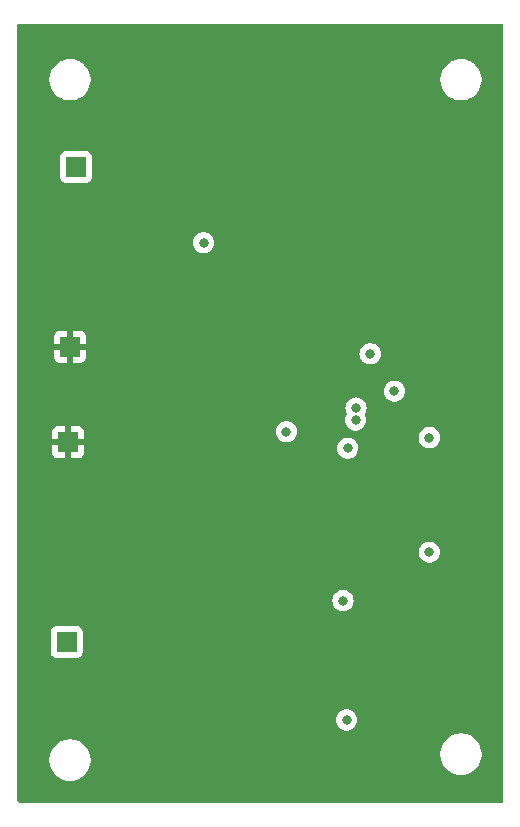
<source format=gbr>
%TF.GenerationSoftware,KiCad,Pcbnew,7.0.8*%
%TF.CreationDate,2023-11-19T04:52:14+05:30*%
%TF.ProjectId,NB679-DKA-BuckConverter,4e423637-392d-4444-9b41-2d4275636b43,rev?*%
%TF.SameCoordinates,Original*%
%TF.FileFunction,Copper,L2,Inr*%
%TF.FilePolarity,Positive*%
%FSLAX46Y46*%
G04 Gerber Fmt 4.6, Leading zero omitted, Abs format (unit mm)*
G04 Created by KiCad (PCBNEW 7.0.8) date 2023-11-19 04:52:14*
%MOMM*%
%LPD*%
G01*
G04 APERTURE LIST*
%TA.AperFunction,ComponentPad*%
%ADD10R,1.700000X1.700000*%
%TD*%
%TA.AperFunction,ViaPad*%
%ADD11C,0.800000*%
%TD*%
G04 APERTURE END LIST*
D10*
%TO.N,/Vin*%
%TO.C,Vin1*%
X97900000Y-66100000D03*
%TD*%
%TO.N,GND*%
%TO.C,GND1*%
X97400000Y-81300000D03*
%TD*%
%TO.N,/BST*%
%TO.C,Vout1*%
X97100000Y-106300000D03*
%TD*%
%TO.N,GND*%
%TO.C,GND2*%
X97200000Y-89400000D03*
%TD*%
D11*
%TO.N,Net-(U1-BST)*%
X124850000Y-85070000D03*
X121600000Y-86500000D03*
%TO.N,/Sw*%
X127800000Y-89000000D03*
X121575630Y-87499205D03*
%TO.N,/Vin*%
X108700000Y-72500000D03*
%TO.N,GND*%
X108600000Y-93900000D03*
X120800000Y-83100000D03*
X108600000Y-87000000D03*
X109000000Y-90400000D03*
X112200000Y-87000000D03*
X108200000Y-112700000D03*
X108300000Y-102400000D03*
X97400000Y-85200000D03*
%TO.N,Net-(U1-Vcc)*%
X122800000Y-81900000D03*
X115700000Y-88500000D03*
%TO.N,/BST*%
X120500000Y-102800000D03*
X120800000Y-112900000D03*
X120900000Y-89900000D03*
X127800000Y-98700000D03*
%TD*%
%TA.AperFunction,Conductor*%
%TO.N,GND*%
G36*
X134032539Y-54020185D02*
G01*
X134078294Y-54072989D01*
X134089500Y-54124500D01*
X134089500Y-119776000D01*
X134069815Y-119843039D01*
X134017011Y-119888794D01*
X133965500Y-119900000D01*
X93151362Y-119900000D01*
X93084323Y-119880315D01*
X93063681Y-119863681D01*
X92946819Y-119746819D01*
X92913334Y-119685496D01*
X92910500Y-119659138D01*
X92910500Y-116431187D01*
X95649500Y-116431187D01*
X95669794Y-116565823D01*
X95688604Y-116690615D01*
X95688605Y-116690617D01*
X95688606Y-116690623D01*
X95765938Y-116941326D01*
X95879767Y-117177696D01*
X95879768Y-117177697D01*
X95879770Y-117177700D01*
X95879772Y-117177704D01*
X95929326Y-117250386D01*
X96027567Y-117394479D01*
X96206014Y-117586801D01*
X96206018Y-117586804D01*
X96206019Y-117586805D01*
X96411143Y-117750386D01*
X96638357Y-117881568D01*
X96882584Y-117977420D01*
X97138370Y-118035802D01*
X97138376Y-118035802D01*
X97138379Y-118035803D01*
X97334500Y-118050500D01*
X97334506Y-118050500D01*
X97465500Y-118050500D01*
X97661620Y-118035803D01*
X97661622Y-118035802D01*
X97661630Y-118035802D01*
X97917416Y-117977420D01*
X98161643Y-117881568D01*
X98388857Y-117750386D01*
X98593981Y-117586805D01*
X98772433Y-117394479D01*
X98920228Y-117177704D01*
X99034063Y-116941323D01*
X99111396Y-116690615D01*
X99150500Y-116431182D01*
X99150500Y-116168818D01*
X99114682Y-115931187D01*
X128749500Y-115931187D01*
X128769794Y-116065823D01*
X128788604Y-116190615D01*
X128862810Y-116431187D01*
X128865938Y-116441326D01*
X128979767Y-116677696D01*
X128979768Y-116677697D01*
X128979770Y-116677700D01*
X128979772Y-116677704D01*
X129127567Y-116894479D01*
X129306014Y-117086801D01*
X129306018Y-117086804D01*
X129306019Y-117086805D01*
X129511143Y-117250386D01*
X129738357Y-117381568D01*
X129982584Y-117477420D01*
X130238370Y-117535802D01*
X130238376Y-117535802D01*
X130238379Y-117535803D01*
X130434500Y-117550500D01*
X130434506Y-117550500D01*
X130565500Y-117550500D01*
X130761620Y-117535803D01*
X130761622Y-117535802D01*
X130761630Y-117535802D01*
X131017416Y-117477420D01*
X131261643Y-117381568D01*
X131488857Y-117250386D01*
X131693981Y-117086805D01*
X131872433Y-116894479D01*
X132020228Y-116677704D01*
X132134063Y-116441323D01*
X132211396Y-116190615D01*
X132250500Y-115931182D01*
X132250500Y-115668818D01*
X132211396Y-115409385D01*
X132134063Y-115158677D01*
X132064003Y-115013195D01*
X132020232Y-114922303D01*
X132020231Y-114922302D01*
X132020230Y-114922301D01*
X132020228Y-114922296D01*
X131872433Y-114705521D01*
X131862441Y-114694753D01*
X131693985Y-114513198D01*
X131654533Y-114481736D01*
X131488857Y-114349614D01*
X131261643Y-114218432D01*
X131017416Y-114122580D01*
X131017411Y-114122578D01*
X131017402Y-114122576D01*
X130799818Y-114072914D01*
X130761630Y-114064198D01*
X130761629Y-114064197D01*
X130761625Y-114064197D01*
X130761620Y-114064196D01*
X130565500Y-114049500D01*
X130565494Y-114049500D01*
X130434506Y-114049500D01*
X130434500Y-114049500D01*
X130238379Y-114064196D01*
X130238374Y-114064197D01*
X129982597Y-114122576D01*
X129982578Y-114122582D01*
X129738356Y-114218432D01*
X129511143Y-114349614D01*
X129306014Y-114513198D01*
X129127567Y-114705520D01*
X128979768Y-114922302D01*
X128979767Y-114922303D01*
X128865938Y-115158673D01*
X128788606Y-115409376D01*
X128788605Y-115409381D01*
X128788604Y-115409385D01*
X128786657Y-115422303D01*
X128749500Y-115668812D01*
X128749500Y-115931187D01*
X99114682Y-115931187D01*
X99111396Y-115909385D01*
X99034063Y-115658677D01*
X99022121Y-115633880D01*
X98920232Y-115422303D01*
X98920231Y-115422302D01*
X98920230Y-115422301D01*
X98920228Y-115422296D01*
X98772433Y-115205521D01*
X98728965Y-115158673D01*
X98593985Y-115013198D01*
X98480006Y-114922303D01*
X98388857Y-114849614D01*
X98161643Y-114718432D01*
X97917416Y-114622580D01*
X97917411Y-114622578D01*
X97917402Y-114622576D01*
X97699818Y-114572914D01*
X97661630Y-114564198D01*
X97661629Y-114564197D01*
X97661625Y-114564197D01*
X97661620Y-114564196D01*
X97465500Y-114549500D01*
X97465494Y-114549500D01*
X97334506Y-114549500D01*
X97334500Y-114549500D01*
X97138379Y-114564196D01*
X97138374Y-114564197D01*
X96882597Y-114622576D01*
X96882578Y-114622582D01*
X96638356Y-114718432D01*
X96411143Y-114849614D01*
X96206014Y-115013198D01*
X96027567Y-115205520D01*
X95879768Y-115422302D01*
X95879767Y-115422303D01*
X95765938Y-115658673D01*
X95688606Y-115909376D01*
X95688605Y-115909381D01*
X95688604Y-115909385D01*
X95685319Y-115931182D01*
X95649500Y-116168812D01*
X95649500Y-116431187D01*
X92910500Y-116431187D01*
X92910500Y-112900000D01*
X119894540Y-112900000D01*
X119914326Y-113088256D01*
X119914327Y-113088259D01*
X119972818Y-113268277D01*
X119972821Y-113268284D01*
X120067467Y-113432216D01*
X120194129Y-113572888D01*
X120347265Y-113684148D01*
X120347270Y-113684151D01*
X120520192Y-113761142D01*
X120520197Y-113761144D01*
X120705354Y-113800500D01*
X120705355Y-113800500D01*
X120894644Y-113800500D01*
X120894646Y-113800500D01*
X121079803Y-113761144D01*
X121252730Y-113684151D01*
X121405871Y-113572888D01*
X121532533Y-113432216D01*
X121627179Y-113268284D01*
X121685674Y-113088256D01*
X121705460Y-112900000D01*
X121685674Y-112711744D01*
X121627179Y-112531716D01*
X121532533Y-112367784D01*
X121405871Y-112227112D01*
X121405870Y-112227111D01*
X121252734Y-112115851D01*
X121252729Y-112115848D01*
X121079807Y-112038857D01*
X121079802Y-112038855D01*
X120934001Y-112007865D01*
X120894646Y-111999500D01*
X120705354Y-111999500D01*
X120672897Y-112006398D01*
X120520197Y-112038855D01*
X120520192Y-112038857D01*
X120347270Y-112115848D01*
X120347265Y-112115851D01*
X120194129Y-112227111D01*
X120067466Y-112367785D01*
X119972821Y-112531715D01*
X119972818Y-112531722D01*
X119914327Y-112711740D01*
X119914326Y-112711744D01*
X119894540Y-112900000D01*
X92910500Y-112900000D01*
X92910500Y-107197870D01*
X95749500Y-107197870D01*
X95749501Y-107197876D01*
X95755908Y-107257483D01*
X95806202Y-107392328D01*
X95806206Y-107392335D01*
X95892452Y-107507544D01*
X95892455Y-107507547D01*
X96007664Y-107593793D01*
X96007671Y-107593797D01*
X96142517Y-107644091D01*
X96142516Y-107644091D01*
X96149444Y-107644835D01*
X96202127Y-107650500D01*
X97997872Y-107650499D01*
X98057483Y-107644091D01*
X98192331Y-107593796D01*
X98307546Y-107507546D01*
X98393796Y-107392331D01*
X98444091Y-107257483D01*
X98450500Y-107197873D01*
X98450499Y-105402128D01*
X98444091Y-105342517D01*
X98393796Y-105207669D01*
X98393795Y-105207668D01*
X98393793Y-105207664D01*
X98307547Y-105092455D01*
X98307544Y-105092452D01*
X98192335Y-105006206D01*
X98192328Y-105006202D01*
X98057482Y-104955908D01*
X98057483Y-104955908D01*
X97997883Y-104949501D01*
X97997881Y-104949500D01*
X97997873Y-104949500D01*
X97997864Y-104949500D01*
X96202129Y-104949500D01*
X96202123Y-104949501D01*
X96142516Y-104955908D01*
X96007671Y-105006202D01*
X96007664Y-105006206D01*
X95892455Y-105092452D01*
X95892452Y-105092455D01*
X95806206Y-105207664D01*
X95806202Y-105207671D01*
X95755908Y-105342517D01*
X95749501Y-105402116D01*
X95749501Y-105402123D01*
X95749500Y-105402135D01*
X95749500Y-107197870D01*
X92910500Y-107197870D01*
X92910500Y-102800000D01*
X119594540Y-102800000D01*
X119614326Y-102988256D01*
X119614327Y-102988259D01*
X119672818Y-103168277D01*
X119672821Y-103168284D01*
X119767467Y-103332216D01*
X119894129Y-103472888D01*
X120047265Y-103584148D01*
X120047270Y-103584151D01*
X120220192Y-103661142D01*
X120220197Y-103661144D01*
X120405354Y-103700500D01*
X120405355Y-103700500D01*
X120594644Y-103700500D01*
X120594646Y-103700500D01*
X120779803Y-103661144D01*
X120952730Y-103584151D01*
X121105871Y-103472888D01*
X121232533Y-103332216D01*
X121327179Y-103168284D01*
X121385674Y-102988256D01*
X121405460Y-102800000D01*
X121385674Y-102611744D01*
X121327179Y-102431716D01*
X121232533Y-102267784D01*
X121105871Y-102127112D01*
X121105870Y-102127111D01*
X120952734Y-102015851D01*
X120952729Y-102015848D01*
X120779807Y-101938857D01*
X120779802Y-101938855D01*
X120634001Y-101907865D01*
X120594646Y-101899500D01*
X120405354Y-101899500D01*
X120372897Y-101906398D01*
X120220197Y-101938855D01*
X120220192Y-101938857D01*
X120047270Y-102015848D01*
X120047265Y-102015851D01*
X119894129Y-102127111D01*
X119767466Y-102267785D01*
X119672821Y-102431715D01*
X119672818Y-102431722D01*
X119614327Y-102611740D01*
X119614326Y-102611744D01*
X119594540Y-102800000D01*
X92910500Y-102800000D01*
X92910500Y-98700000D01*
X126894540Y-98700000D01*
X126914326Y-98888256D01*
X126914327Y-98888259D01*
X126972818Y-99068277D01*
X126972821Y-99068284D01*
X127067467Y-99232216D01*
X127194129Y-99372888D01*
X127347265Y-99484148D01*
X127347270Y-99484151D01*
X127520192Y-99561142D01*
X127520197Y-99561144D01*
X127705354Y-99600500D01*
X127705355Y-99600500D01*
X127894644Y-99600500D01*
X127894646Y-99600500D01*
X128079803Y-99561144D01*
X128252730Y-99484151D01*
X128405871Y-99372888D01*
X128532533Y-99232216D01*
X128627179Y-99068284D01*
X128685674Y-98888256D01*
X128705460Y-98700000D01*
X128685674Y-98511744D01*
X128627179Y-98331716D01*
X128532533Y-98167784D01*
X128405871Y-98027112D01*
X128405870Y-98027111D01*
X128252734Y-97915851D01*
X128252729Y-97915848D01*
X128079807Y-97838857D01*
X128079802Y-97838855D01*
X127934001Y-97807865D01*
X127894646Y-97799500D01*
X127705354Y-97799500D01*
X127672897Y-97806398D01*
X127520197Y-97838855D01*
X127520192Y-97838857D01*
X127347270Y-97915848D01*
X127347265Y-97915851D01*
X127194129Y-98027111D01*
X127067466Y-98167785D01*
X126972821Y-98331715D01*
X126972818Y-98331722D01*
X126914327Y-98511740D01*
X126914326Y-98511744D01*
X126894540Y-98700000D01*
X92910500Y-98700000D01*
X92910500Y-90297844D01*
X95850000Y-90297844D01*
X95856401Y-90357372D01*
X95856403Y-90357379D01*
X95906645Y-90492086D01*
X95906649Y-90492093D01*
X95992809Y-90607187D01*
X95992812Y-90607190D01*
X96107906Y-90693350D01*
X96107913Y-90693354D01*
X96242620Y-90743596D01*
X96242627Y-90743598D01*
X96302155Y-90749999D01*
X96302172Y-90750000D01*
X96950000Y-90750000D01*
X96950000Y-89835501D01*
X97057685Y-89884680D01*
X97164237Y-89900000D01*
X97235763Y-89900000D01*
X97342315Y-89884680D01*
X97450000Y-89835501D01*
X97450000Y-90750000D01*
X98097828Y-90750000D01*
X98097844Y-90749999D01*
X98157372Y-90743598D01*
X98157379Y-90743596D01*
X98292086Y-90693354D01*
X98292093Y-90693350D01*
X98407187Y-90607190D01*
X98407190Y-90607187D01*
X98493350Y-90492093D01*
X98493354Y-90492086D01*
X98543596Y-90357379D01*
X98543598Y-90357372D01*
X98549999Y-90297844D01*
X98550000Y-90297827D01*
X98550000Y-89900000D01*
X119994540Y-89900000D01*
X120014326Y-90088256D01*
X120014327Y-90088259D01*
X120072818Y-90268277D01*
X120072821Y-90268284D01*
X120167467Y-90432216D01*
X120221381Y-90492093D01*
X120294129Y-90572888D01*
X120447265Y-90684148D01*
X120447270Y-90684151D01*
X120620192Y-90761142D01*
X120620197Y-90761144D01*
X120805354Y-90800500D01*
X120805355Y-90800500D01*
X120994644Y-90800500D01*
X120994646Y-90800500D01*
X121179803Y-90761144D01*
X121352730Y-90684151D01*
X121505871Y-90572888D01*
X121632533Y-90432216D01*
X121727179Y-90268284D01*
X121785674Y-90088256D01*
X121805460Y-89900000D01*
X121785674Y-89711744D01*
X121731112Y-89543823D01*
X121727181Y-89531722D01*
X121727180Y-89531721D01*
X121727179Y-89531716D01*
X121632533Y-89367784D01*
X121505871Y-89227112D01*
X121505870Y-89227111D01*
X121352734Y-89115851D01*
X121352729Y-89115848D01*
X121179807Y-89038857D01*
X121179802Y-89038855D01*
X121034001Y-89007865D01*
X120996998Y-89000000D01*
X126894540Y-89000000D01*
X126914326Y-89188256D01*
X126914327Y-89188259D01*
X126972818Y-89368277D01*
X126972821Y-89368284D01*
X127067467Y-89532216D01*
X127194129Y-89672888D01*
X127347265Y-89784148D01*
X127347270Y-89784151D01*
X127520192Y-89861142D01*
X127520197Y-89861144D01*
X127705354Y-89900500D01*
X127705355Y-89900500D01*
X127894644Y-89900500D01*
X127894646Y-89900500D01*
X128079803Y-89861144D01*
X128252730Y-89784151D01*
X128405871Y-89672888D01*
X128532533Y-89532216D01*
X128627179Y-89368284D01*
X128685674Y-89188256D01*
X128705460Y-89000000D01*
X128685674Y-88811744D01*
X128627179Y-88631716D01*
X128532533Y-88467784D01*
X128405871Y-88327112D01*
X128384719Y-88311744D01*
X128252734Y-88215851D01*
X128252729Y-88215848D01*
X128079807Y-88138857D01*
X128079802Y-88138855D01*
X127928261Y-88106645D01*
X127894646Y-88099500D01*
X127705354Y-88099500D01*
X127672897Y-88106398D01*
X127520197Y-88138855D01*
X127520192Y-88138857D01*
X127347270Y-88215848D01*
X127347265Y-88215851D01*
X127194129Y-88327111D01*
X127067466Y-88467785D01*
X126972821Y-88631715D01*
X126972818Y-88631722D01*
X126914327Y-88811740D01*
X126914326Y-88811744D01*
X126894540Y-89000000D01*
X120996998Y-89000000D01*
X120994646Y-88999500D01*
X120805354Y-88999500D01*
X120772897Y-89006398D01*
X120620197Y-89038855D01*
X120620192Y-89038857D01*
X120447270Y-89115848D01*
X120447265Y-89115851D01*
X120294129Y-89227111D01*
X120167466Y-89367785D01*
X120072821Y-89531715D01*
X120072818Y-89531722D01*
X120026951Y-89672888D01*
X120014326Y-89711744D01*
X119994540Y-89900000D01*
X98550000Y-89900000D01*
X98550000Y-89650000D01*
X97633686Y-89650000D01*
X97659493Y-89609844D01*
X97700000Y-89471889D01*
X97700000Y-89328111D01*
X97659493Y-89190156D01*
X97633686Y-89150000D01*
X98550000Y-89150000D01*
X98550000Y-88502172D01*
X98549999Y-88502155D01*
X98549767Y-88500000D01*
X114794540Y-88500000D01*
X114814326Y-88688256D01*
X114814327Y-88688259D01*
X114872818Y-88868277D01*
X114872821Y-88868284D01*
X114967467Y-89032216D01*
X115094129Y-89172888D01*
X115247265Y-89284148D01*
X115247270Y-89284151D01*
X115420192Y-89361142D01*
X115420197Y-89361144D01*
X115605354Y-89400500D01*
X115605355Y-89400500D01*
X115794644Y-89400500D01*
X115794646Y-89400500D01*
X115979803Y-89361144D01*
X116152730Y-89284151D01*
X116305871Y-89172888D01*
X116432533Y-89032216D01*
X116527179Y-88868284D01*
X116585674Y-88688256D01*
X116605460Y-88500000D01*
X116585674Y-88311744D01*
X116527179Y-88131716D01*
X116432533Y-87967784D01*
X116305871Y-87827112D01*
X116305870Y-87827111D01*
X116152734Y-87715851D01*
X116152729Y-87715848D01*
X115979807Y-87638857D01*
X115979802Y-87638855D01*
X115834001Y-87607865D01*
X115794646Y-87599500D01*
X115605354Y-87599500D01*
X115572897Y-87606398D01*
X115420197Y-87638855D01*
X115420192Y-87638857D01*
X115247270Y-87715848D01*
X115247265Y-87715851D01*
X115094129Y-87827111D01*
X114967466Y-87967785D01*
X114872821Y-88131715D01*
X114872818Y-88131722D01*
X114814327Y-88311740D01*
X114814326Y-88311744D01*
X114794540Y-88500000D01*
X98549767Y-88500000D01*
X98543598Y-88442627D01*
X98543596Y-88442620D01*
X98493354Y-88307913D01*
X98493350Y-88307906D01*
X98407190Y-88192812D01*
X98407187Y-88192809D01*
X98292093Y-88106649D01*
X98292086Y-88106645D01*
X98157379Y-88056403D01*
X98157372Y-88056401D01*
X98097844Y-88050000D01*
X97450000Y-88050000D01*
X97450000Y-88964498D01*
X97342315Y-88915320D01*
X97235763Y-88900000D01*
X97164237Y-88900000D01*
X97057685Y-88915320D01*
X96950000Y-88964498D01*
X96950000Y-88050000D01*
X96302155Y-88050000D01*
X96242627Y-88056401D01*
X96242620Y-88056403D01*
X96107913Y-88106645D01*
X96107906Y-88106649D01*
X95992812Y-88192809D01*
X95992809Y-88192812D01*
X95906649Y-88307906D01*
X95906645Y-88307913D01*
X95856403Y-88442620D01*
X95856401Y-88442627D01*
X95850000Y-88502155D01*
X95850000Y-89150000D01*
X96766314Y-89150000D01*
X96740507Y-89190156D01*
X96700000Y-89328111D01*
X96700000Y-89471889D01*
X96740507Y-89609844D01*
X96766314Y-89650000D01*
X95850000Y-89650000D01*
X95850000Y-90297844D01*
X92910500Y-90297844D01*
X92910500Y-87499205D01*
X120670170Y-87499205D01*
X120689956Y-87687461D01*
X120689957Y-87687464D01*
X120748448Y-87867482D01*
X120748451Y-87867489D01*
X120843097Y-88031421D01*
X120933409Y-88131722D01*
X120969759Y-88172093D01*
X121122895Y-88283353D01*
X121122900Y-88283356D01*
X121295822Y-88360347D01*
X121295827Y-88360349D01*
X121480984Y-88399705D01*
X121480985Y-88399705D01*
X121670274Y-88399705D01*
X121670276Y-88399705D01*
X121855433Y-88360349D01*
X122028360Y-88283356D01*
X122181501Y-88172093D01*
X122308163Y-88031421D01*
X122402809Y-87867489D01*
X122461304Y-87687461D01*
X122481090Y-87499205D01*
X122461304Y-87310949D01*
X122402809Y-87130921D01*
X122374971Y-87082704D01*
X122358499Y-87014807D01*
X122374970Y-86958711D01*
X122427179Y-86868284D01*
X122485674Y-86688256D01*
X122505460Y-86500000D01*
X122485674Y-86311744D01*
X122427179Y-86131716D01*
X122332533Y-85967784D01*
X122205871Y-85827112D01*
X122205870Y-85827111D01*
X122052734Y-85715851D01*
X122052729Y-85715848D01*
X121879807Y-85638857D01*
X121879802Y-85638855D01*
X121734001Y-85607865D01*
X121694646Y-85599500D01*
X121505354Y-85599500D01*
X121472897Y-85606398D01*
X121320197Y-85638855D01*
X121320192Y-85638857D01*
X121147270Y-85715848D01*
X121147265Y-85715851D01*
X120994129Y-85827111D01*
X120867466Y-85967785D01*
X120772821Y-86131715D01*
X120772818Y-86131722D01*
X120714327Y-86311740D01*
X120714326Y-86311744D01*
X120694540Y-86500000D01*
X120714326Y-86688256D01*
X120714327Y-86688259D01*
X120772821Y-86868285D01*
X120800656Y-86916497D01*
X120817129Y-86984397D01*
X120800656Y-87040496D01*
X120748452Y-87130916D01*
X120748451Y-87130918D01*
X120689957Y-87310945D01*
X120689956Y-87310949D01*
X120670170Y-87499205D01*
X92910500Y-87499205D01*
X92910500Y-85070000D01*
X123944540Y-85070000D01*
X123964326Y-85258256D01*
X123964327Y-85258259D01*
X124022818Y-85438277D01*
X124022821Y-85438284D01*
X124117467Y-85602216D01*
X124150458Y-85638856D01*
X124244129Y-85742888D01*
X124397265Y-85854148D01*
X124397270Y-85854151D01*
X124570192Y-85931142D01*
X124570197Y-85931144D01*
X124755354Y-85970500D01*
X124755355Y-85970500D01*
X124944644Y-85970500D01*
X124944646Y-85970500D01*
X125129803Y-85931144D01*
X125302730Y-85854151D01*
X125455871Y-85742888D01*
X125582533Y-85602216D01*
X125677179Y-85438284D01*
X125735674Y-85258256D01*
X125755460Y-85070000D01*
X125735674Y-84881744D01*
X125677179Y-84701716D01*
X125582533Y-84537784D01*
X125455871Y-84397112D01*
X125455870Y-84397111D01*
X125302734Y-84285851D01*
X125302729Y-84285848D01*
X125129807Y-84208857D01*
X125129802Y-84208855D01*
X124984001Y-84177865D01*
X124944646Y-84169500D01*
X124755354Y-84169500D01*
X124722897Y-84176398D01*
X124570197Y-84208855D01*
X124570192Y-84208857D01*
X124397270Y-84285848D01*
X124397265Y-84285851D01*
X124244129Y-84397111D01*
X124117466Y-84537785D01*
X124022821Y-84701715D01*
X124022818Y-84701722D01*
X123964327Y-84881740D01*
X123964326Y-84881744D01*
X123944540Y-85070000D01*
X92910500Y-85070000D01*
X92910500Y-82197844D01*
X96050000Y-82197844D01*
X96056401Y-82257372D01*
X96056403Y-82257379D01*
X96106645Y-82392086D01*
X96106649Y-82392093D01*
X96192809Y-82507187D01*
X96192812Y-82507190D01*
X96307906Y-82593350D01*
X96307913Y-82593354D01*
X96442620Y-82643596D01*
X96442627Y-82643598D01*
X96502155Y-82649999D01*
X96502172Y-82650000D01*
X97150000Y-82650000D01*
X97150000Y-81735501D01*
X97257685Y-81784680D01*
X97364237Y-81800000D01*
X97435763Y-81800000D01*
X97542315Y-81784680D01*
X97650000Y-81735501D01*
X97650000Y-82650000D01*
X98297828Y-82650000D01*
X98297844Y-82649999D01*
X98357372Y-82643598D01*
X98357379Y-82643596D01*
X98492086Y-82593354D01*
X98492093Y-82593350D01*
X98607187Y-82507190D01*
X98607190Y-82507187D01*
X98693350Y-82392093D01*
X98693354Y-82392086D01*
X98743596Y-82257379D01*
X98743598Y-82257372D01*
X98749999Y-82197844D01*
X98750000Y-82197827D01*
X98750000Y-81900000D01*
X121894540Y-81900000D01*
X121914326Y-82088256D01*
X121914327Y-82088259D01*
X121972818Y-82268277D01*
X121972821Y-82268284D01*
X122067467Y-82432216D01*
X122134974Y-82507190D01*
X122194129Y-82572888D01*
X122347265Y-82684148D01*
X122347270Y-82684151D01*
X122520192Y-82761142D01*
X122520197Y-82761144D01*
X122705354Y-82800500D01*
X122705355Y-82800500D01*
X122894644Y-82800500D01*
X122894646Y-82800500D01*
X123079803Y-82761144D01*
X123252730Y-82684151D01*
X123405871Y-82572888D01*
X123532533Y-82432216D01*
X123627179Y-82268284D01*
X123685674Y-82088256D01*
X123705460Y-81900000D01*
X123685674Y-81711744D01*
X123627179Y-81531716D01*
X123532533Y-81367784D01*
X123405871Y-81227112D01*
X123405870Y-81227111D01*
X123252734Y-81115851D01*
X123252729Y-81115848D01*
X123079807Y-81038857D01*
X123079802Y-81038855D01*
X122934001Y-81007865D01*
X122894646Y-80999500D01*
X122705354Y-80999500D01*
X122672897Y-81006398D01*
X122520197Y-81038855D01*
X122520192Y-81038857D01*
X122347270Y-81115848D01*
X122347265Y-81115851D01*
X122194129Y-81227111D01*
X122067466Y-81367785D01*
X121972821Y-81531715D01*
X121972818Y-81531722D01*
X121914327Y-81711740D01*
X121914326Y-81711744D01*
X121894540Y-81900000D01*
X98750000Y-81900000D01*
X98750000Y-81550000D01*
X97833686Y-81550000D01*
X97859493Y-81509844D01*
X97900000Y-81371889D01*
X97900000Y-81228111D01*
X97859493Y-81090156D01*
X97833686Y-81050000D01*
X98750000Y-81050000D01*
X98750000Y-80402172D01*
X98749999Y-80402155D01*
X98743598Y-80342627D01*
X98743596Y-80342620D01*
X98693354Y-80207913D01*
X98693350Y-80207906D01*
X98607190Y-80092812D01*
X98607187Y-80092809D01*
X98492093Y-80006649D01*
X98492086Y-80006645D01*
X98357379Y-79956403D01*
X98357372Y-79956401D01*
X98297844Y-79950000D01*
X97650000Y-79950000D01*
X97650000Y-80864498D01*
X97542315Y-80815320D01*
X97435763Y-80800000D01*
X97364237Y-80800000D01*
X97257685Y-80815320D01*
X97150000Y-80864498D01*
X97150000Y-79950000D01*
X96502155Y-79950000D01*
X96442627Y-79956401D01*
X96442620Y-79956403D01*
X96307913Y-80006645D01*
X96307906Y-80006649D01*
X96192812Y-80092809D01*
X96192809Y-80092812D01*
X96106649Y-80207906D01*
X96106645Y-80207913D01*
X96056403Y-80342620D01*
X96056401Y-80342627D01*
X96050000Y-80402155D01*
X96050000Y-81050000D01*
X96966314Y-81050000D01*
X96940507Y-81090156D01*
X96900000Y-81228111D01*
X96900000Y-81371889D01*
X96940507Y-81509844D01*
X96966314Y-81550000D01*
X96050000Y-81550000D01*
X96050000Y-82197844D01*
X92910500Y-82197844D01*
X92910500Y-72500000D01*
X107794540Y-72500000D01*
X107814326Y-72688256D01*
X107814327Y-72688259D01*
X107872818Y-72868277D01*
X107872821Y-72868284D01*
X107967467Y-73032216D01*
X108094129Y-73172888D01*
X108247265Y-73284148D01*
X108247270Y-73284151D01*
X108420192Y-73361142D01*
X108420197Y-73361144D01*
X108605354Y-73400500D01*
X108605355Y-73400500D01*
X108794644Y-73400500D01*
X108794646Y-73400500D01*
X108979803Y-73361144D01*
X109152730Y-73284151D01*
X109305871Y-73172888D01*
X109432533Y-73032216D01*
X109527179Y-72868284D01*
X109585674Y-72688256D01*
X109605460Y-72500000D01*
X109585674Y-72311744D01*
X109527179Y-72131716D01*
X109432533Y-71967784D01*
X109305871Y-71827112D01*
X109305870Y-71827111D01*
X109152734Y-71715851D01*
X109152729Y-71715848D01*
X108979807Y-71638857D01*
X108979802Y-71638855D01*
X108834001Y-71607865D01*
X108794646Y-71599500D01*
X108605354Y-71599500D01*
X108572897Y-71606398D01*
X108420197Y-71638855D01*
X108420192Y-71638857D01*
X108247270Y-71715848D01*
X108247265Y-71715851D01*
X108094129Y-71827111D01*
X107967466Y-71967785D01*
X107872821Y-72131715D01*
X107872818Y-72131722D01*
X107814327Y-72311740D01*
X107814326Y-72311744D01*
X107794540Y-72500000D01*
X92910500Y-72500000D01*
X92910500Y-66997870D01*
X96549500Y-66997870D01*
X96549501Y-66997876D01*
X96555908Y-67057483D01*
X96606202Y-67192328D01*
X96606206Y-67192335D01*
X96692452Y-67307544D01*
X96692455Y-67307547D01*
X96807664Y-67393793D01*
X96807671Y-67393797D01*
X96942517Y-67444091D01*
X96942516Y-67444091D01*
X96949444Y-67444835D01*
X97002127Y-67450500D01*
X98797872Y-67450499D01*
X98857483Y-67444091D01*
X98992331Y-67393796D01*
X99107546Y-67307546D01*
X99193796Y-67192331D01*
X99244091Y-67057483D01*
X99250500Y-66997873D01*
X99250499Y-65202128D01*
X99244091Y-65142517D01*
X99193796Y-65007669D01*
X99193795Y-65007668D01*
X99193793Y-65007664D01*
X99107547Y-64892455D01*
X99107544Y-64892452D01*
X98992335Y-64806206D01*
X98992328Y-64806202D01*
X98857482Y-64755908D01*
X98857483Y-64755908D01*
X98797883Y-64749501D01*
X98797881Y-64749500D01*
X98797873Y-64749500D01*
X98797864Y-64749500D01*
X97002129Y-64749500D01*
X97002123Y-64749501D01*
X96942516Y-64755908D01*
X96807671Y-64806202D01*
X96807664Y-64806206D01*
X96692455Y-64892452D01*
X96692452Y-64892455D01*
X96606206Y-65007664D01*
X96606202Y-65007671D01*
X96555908Y-65142517D01*
X96549501Y-65202116D01*
X96549501Y-65202123D01*
X96549500Y-65202135D01*
X96549500Y-66997870D01*
X92910500Y-66997870D01*
X92910500Y-58831187D01*
X95649500Y-58831187D01*
X95669794Y-58965823D01*
X95688604Y-59090615D01*
X95688605Y-59090617D01*
X95688606Y-59090623D01*
X95765938Y-59341326D01*
X95879767Y-59577696D01*
X95879768Y-59577697D01*
X95879770Y-59577700D01*
X95879772Y-59577704D01*
X96027567Y-59794479D01*
X96206014Y-59986801D01*
X96206018Y-59986804D01*
X96206019Y-59986805D01*
X96411143Y-60150386D01*
X96638357Y-60281568D01*
X96882584Y-60377420D01*
X97138370Y-60435802D01*
X97138376Y-60435802D01*
X97138379Y-60435803D01*
X97334500Y-60450500D01*
X97334506Y-60450500D01*
X97465500Y-60450500D01*
X97661620Y-60435803D01*
X97661622Y-60435802D01*
X97661630Y-60435802D01*
X97917416Y-60377420D01*
X98161643Y-60281568D01*
X98388857Y-60150386D01*
X98593981Y-59986805D01*
X98772433Y-59794479D01*
X98920228Y-59577704D01*
X99034063Y-59341323D01*
X99111396Y-59090615D01*
X99150499Y-58831187D01*
X128749500Y-58831187D01*
X128769794Y-58965823D01*
X128788604Y-59090615D01*
X128788605Y-59090617D01*
X128788606Y-59090623D01*
X128865938Y-59341326D01*
X128979767Y-59577696D01*
X128979768Y-59577697D01*
X128979770Y-59577700D01*
X128979772Y-59577704D01*
X129127567Y-59794479D01*
X129306014Y-59986801D01*
X129306018Y-59986804D01*
X129306019Y-59986805D01*
X129511143Y-60150386D01*
X129738357Y-60281568D01*
X129982584Y-60377420D01*
X130238370Y-60435802D01*
X130238376Y-60435802D01*
X130238379Y-60435803D01*
X130434500Y-60450500D01*
X130434506Y-60450500D01*
X130565500Y-60450500D01*
X130761620Y-60435803D01*
X130761622Y-60435802D01*
X130761630Y-60435802D01*
X131017416Y-60377420D01*
X131261643Y-60281568D01*
X131488857Y-60150386D01*
X131693981Y-59986805D01*
X131872433Y-59794479D01*
X132020228Y-59577704D01*
X132134063Y-59341323D01*
X132211396Y-59090615D01*
X132250500Y-58831182D01*
X132250500Y-58568818D01*
X132211396Y-58309385D01*
X132134063Y-58058677D01*
X132122121Y-58033880D01*
X132020232Y-57822303D01*
X132020231Y-57822302D01*
X132020230Y-57822301D01*
X132020228Y-57822296D01*
X131872433Y-57605521D01*
X131862441Y-57594753D01*
X131693985Y-57413198D01*
X131654533Y-57381736D01*
X131488857Y-57249614D01*
X131261643Y-57118432D01*
X131017416Y-57022580D01*
X131017411Y-57022578D01*
X131017402Y-57022576D01*
X130799818Y-56972914D01*
X130761630Y-56964198D01*
X130761629Y-56964197D01*
X130761625Y-56964197D01*
X130761620Y-56964196D01*
X130565500Y-56949500D01*
X130565494Y-56949500D01*
X130434506Y-56949500D01*
X130434500Y-56949500D01*
X130238379Y-56964196D01*
X130238374Y-56964197D01*
X129982597Y-57022576D01*
X129982578Y-57022582D01*
X129738356Y-57118432D01*
X129511143Y-57249614D01*
X129306014Y-57413198D01*
X129127567Y-57605520D01*
X128979768Y-57822302D01*
X128979767Y-57822303D01*
X128865938Y-58058673D01*
X128788606Y-58309376D01*
X128788605Y-58309381D01*
X128788604Y-58309385D01*
X128773853Y-58407247D01*
X128749500Y-58568812D01*
X128749500Y-58831187D01*
X99150499Y-58831187D01*
X99150500Y-58831182D01*
X99150500Y-58568818D01*
X99111396Y-58309385D01*
X99034063Y-58058677D01*
X99022121Y-58033880D01*
X98920232Y-57822303D01*
X98920231Y-57822302D01*
X98920230Y-57822301D01*
X98920228Y-57822296D01*
X98772433Y-57605521D01*
X98762441Y-57594753D01*
X98593985Y-57413198D01*
X98554533Y-57381736D01*
X98388857Y-57249614D01*
X98161643Y-57118432D01*
X97917416Y-57022580D01*
X97917411Y-57022578D01*
X97917402Y-57022576D01*
X97699818Y-56972914D01*
X97661630Y-56964198D01*
X97661629Y-56964197D01*
X97661625Y-56964197D01*
X97661620Y-56964196D01*
X97465500Y-56949500D01*
X97465494Y-56949500D01*
X97334506Y-56949500D01*
X97334500Y-56949500D01*
X97138379Y-56964196D01*
X97138374Y-56964197D01*
X96882597Y-57022576D01*
X96882578Y-57022582D01*
X96638356Y-57118432D01*
X96411143Y-57249614D01*
X96206014Y-57413198D01*
X96027567Y-57605520D01*
X95879768Y-57822302D01*
X95879767Y-57822303D01*
X95765938Y-58058673D01*
X95688606Y-58309376D01*
X95688605Y-58309381D01*
X95688604Y-58309385D01*
X95673853Y-58407247D01*
X95649500Y-58568812D01*
X95649500Y-58831187D01*
X92910500Y-58831187D01*
X92910500Y-54124500D01*
X92930185Y-54057461D01*
X92982989Y-54011706D01*
X93034500Y-54000500D01*
X133965500Y-54000500D01*
X134032539Y-54020185D01*
G37*
%TD.AperFunction*%
%TD*%
M02*

</source>
